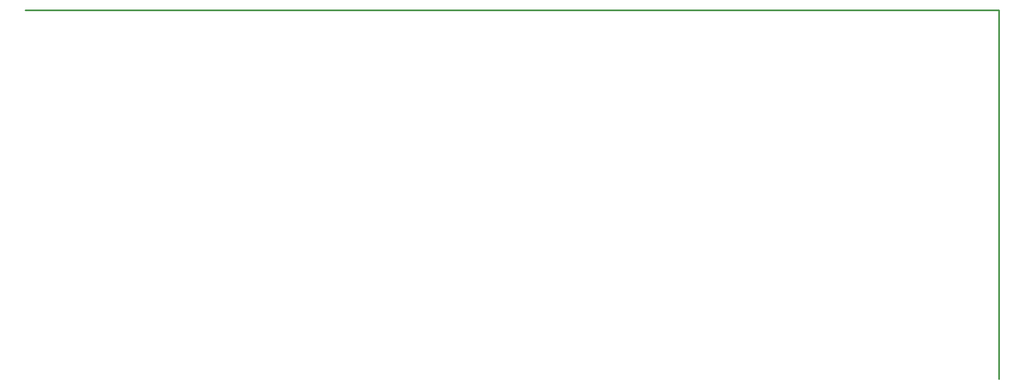
<source format=gko>
G04*
G04 #@! TF.GenerationSoftware,Altium Limited,Altium Designer,22.7.1 (60)*
G04*
G04 Layer_Color=16711935*
%FSLAX42Y42*%
%MOMM*%
G71*
G04*
G04 #@! TF.SameCoordinates,5E95509D-5024-4279-8DF4-8E0BA65E4A92*
G04*
G04*
G04 #@! TF.FilePolarity,Positive*
G04*
G01*
G75*
%ADD13C,0.25*%
D13*
X17526Y4572D02*
Y10160D01*
X2794D02*
X17526D01*
M02*

</source>
